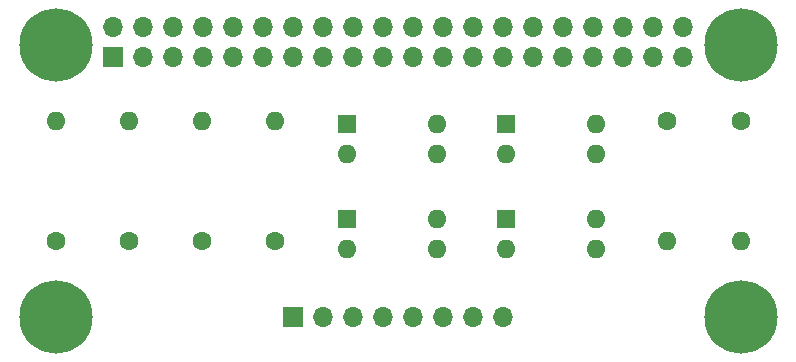
<source format=gbs>
%TF.GenerationSoftware,KiCad,Pcbnew,(6.0.5)*%
%TF.CreationDate,2022-06-15T12:21:02+01:00*%
%TF.ProjectId,PiKVM,50694b56-4d2e-46b6-9963-61645f706362,rev?*%
%TF.SameCoordinates,Original*%
%TF.FileFunction,Soldermask,Bot*%
%TF.FilePolarity,Negative*%
%FSLAX46Y46*%
G04 Gerber Fmt 4.6, Leading zero omitted, Abs format (unit mm)*
G04 Created by KiCad (PCBNEW (6.0.5)) date 2022-06-15 12:21:02*
%MOMM*%
%LPD*%
G01*
G04 APERTURE LIST*
%ADD10R,1.600000X1.600000*%
%ADD11O,1.600000X1.600000*%
%ADD12R,1.700000X1.700000*%
%ADD13O,1.700000X1.700000*%
%ADD14C,1.600000*%
%ADD15C,6.200000*%
G04 APERTURE END LIST*
D10*
%TO.C,U2*%
X45650000Y-37253332D03*
D11*
X45650000Y-39793332D03*
X53270000Y-39793332D03*
X53270000Y-37253332D03*
%TD*%
D12*
%TO.C,J2*%
X41125000Y-45500000D03*
D13*
X43665000Y-45500000D03*
X46205000Y-45500000D03*
X48745000Y-45500000D03*
X51285000Y-45500000D03*
X53825000Y-45500000D03*
X56365000Y-45500000D03*
X58905000Y-45500000D03*
%TD*%
D14*
%TO.C,R4*%
X39600000Y-39080000D03*
D11*
X39600000Y-28920000D03*
%TD*%
D15*
%TO.C,REF\u002A\u002A*%
X79000000Y-45500000D03*
%TD*%
D14*
%TO.C,R2*%
X27200000Y-39080000D03*
D11*
X27200000Y-28920000D03*
%TD*%
D10*
%TO.C,U1*%
X45650000Y-29206666D03*
D11*
X45650000Y-31746666D03*
X53270000Y-31746666D03*
X53270000Y-29206666D03*
%TD*%
D14*
%TO.C,R3*%
X33400000Y-39080000D03*
D11*
X33400000Y-28920000D03*
%TD*%
D14*
%TO.C,R1*%
X21000000Y-39080000D03*
D11*
X21000000Y-28920000D03*
%TD*%
D15*
%TO.C,REF\u002A\u002A*%
X21000000Y-45500000D03*
%TD*%
%TO.C,REF\u002A\u002A*%
X79000000Y-22500000D03*
%TD*%
D10*
%TO.C,U3*%
X59150000Y-29206666D03*
D11*
X59150000Y-31746666D03*
X66770000Y-31746666D03*
X66770000Y-29206666D03*
%TD*%
D15*
%TO.C,REF\u002A\u002A*%
X21000000Y-22500000D03*
%TD*%
D14*
%TO.C,R5*%
X72800000Y-28920000D03*
D11*
X72800000Y-39080000D03*
%TD*%
D10*
%TO.C,U4*%
X59150000Y-37253332D03*
D11*
X59150000Y-39793332D03*
X66770000Y-39793332D03*
X66770000Y-37253332D03*
%TD*%
D14*
%TO.C,R6*%
X79000000Y-28920000D03*
D11*
X79000000Y-39080000D03*
%TD*%
D12*
%TO.C,J1*%
X25900000Y-23500000D03*
D13*
X25900000Y-20960000D03*
X28440000Y-23500000D03*
X28440000Y-20960000D03*
X30980000Y-23500000D03*
X30980000Y-20960000D03*
X33520000Y-23500000D03*
X33520000Y-20960000D03*
X36060000Y-23500000D03*
X36060000Y-20960000D03*
X38600000Y-23500000D03*
X38600000Y-20960000D03*
X41140000Y-23500000D03*
X41140000Y-20960000D03*
X43680000Y-23500000D03*
X43680000Y-20960000D03*
X46220000Y-23500000D03*
X46220000Y-20960000D03*
X48760000Y-23500000D03*
X48760000Y-20960000D03*
X51300000Y-23500000D03*
X51300000Y-20960000D03*
X53840000Y-23500000D03*
X53840000Y-20960000D03*
X56380000Y-23500000D03*
X56380000Y-20960000D03*
X58920000Y-23500000D03*
X58920000Y-20960000D03*
X61460000Y-23500000D03*
X61460000Y-20960000D03*
X64000000Y-23500000D03*
X64000000Y-20960000D03*
X66540000Y-23500000D03*
X66540000Y-20960000D03*
X69080000Y-23500000D03*
X69080000Y-20960000D03*
X71620000Y-23500000D03*
X71620000Y-20960000D03*
X74160000Y-23500000D03*
X74160000Y-20960000D03*
%TD*%
M02*

</source>
